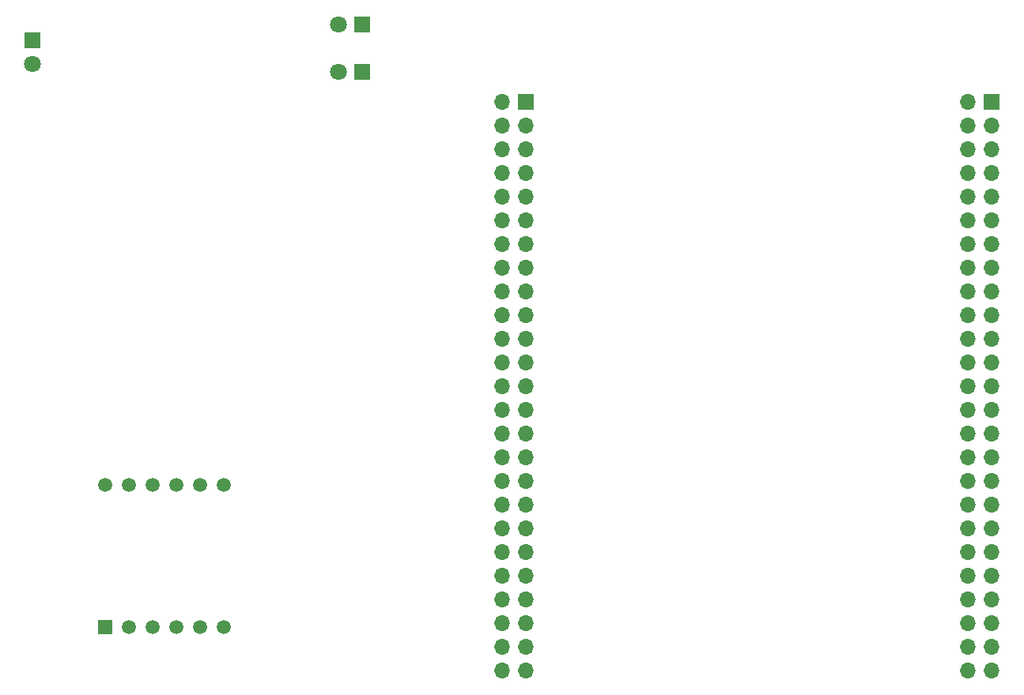
<source format=gbr>
%TF.GenerationSoftware,KiCad,Pcbnew,(7.0.0)*%
%TF.CreationDate,2023-05-31T00:06:15-06:00*%
%TF.ProjectId,Oximeter,4f78696d-6574-4657-922e-6b696361645f,rev?*%
%TF.SameCoordinates,Original*%
%TF.FileFunction,Soldermask,Bot*%
%TF.FilePolarity,Negative*%
%FSLAX46Y46*%
G04 Gerber Fmt 4.6, Leading zero omitted, Abs format (unit mm)*
G04 Created by KiCad (PCBNEW (7.0.0)) date 2023-05-31 00:06:15*
%MOMM*%
%LPD*%
G01*
G04 APERTURE LIST*
%ADD10R,1.500000X1.500000*%
%ADD11C,1.500000*%
%ADD12R,1.700000X1.700000*%
%ADD13O,1.700000X1.700000*%
%ADD14R,1.800000X1.800000*%
%ADD15C,1.800000*%
G04 APERTURE END LIST*
D10*
%TO.C,U1*%
X159024999Y-130264999D03*
D11*
X161565000Y-130265000D03*
X164105000Y-130265000D03*
X166645000Y-130265000D03*
X169185000Y-130265000D03*
X171725000Y-130265000D03*
X171725000Y-115025000D03*
X169185000Y-115025000D03*
X166645000Y-115025000D03*
X164105000Y-115025000D03*
X161565000Y-115025000D03*
X159025000Y-115025000D03*
%TD*%
D12*
%TO.C,J2*%
X253974999Y-73994999D03*
D13*
X251434999Y-73994999D03*
X253974999Y-76534999D03*
X251434999Y-76534999D03*
X253974999Y-79074999D03*
X251434999Y-79074999D03*
X253974999Y-81614999D03*
X251434999Y-81614999D03*
X253974999Y-84154999D03*
X251434999Y-84154999D03*
X253974999Y-86694999D03*
X251434999Y-86694999D03*
X253974999Y-89234999D03*
X251434999Y-89234999D03*
X253974999Y-91774999D03*
X251434999Y-91774999D03*
X253974999Y-94314999D03*
X251434999Y-94314999D03*
X253974999Y-96854999D03*
X251434999Y-96854999D03*
X253974999Y-99394999D03*
X251434999Y-99394999D03*
X253974999Y-101934999D03*
X251434999Y-101934999D03*
X253974999Y-104474999D03*
X251434999Y-104474999D03*
X253974999Y-107014999D03*
X251434999Y-107014999D03*
X253974999Y-109554999D03*
X251434999Y-109554999D03*
X253974999Y-112094999D03*
X251434999Y-112094999D03*
X253974999Y-114634999D03*
X251434999Y-114634999D03*
X253974999Y-117174999D03*
X251434999Y-117174999D03*
X253974999Y-119714999D03*
X251434999Y-119714999D03*
X253974999Y-122254999D03*
X251434999Y-122254999D03*
X253974999Y-124794999D03*
X251434999Y-124794999D03*
X253974999Y-127334999D03*
X251434999Y-127334999D03*
X253974999Y-129874999D03*
X251434999Y-129874999D03*
X253974999Y-132414999D03*
X251434999Y-132414999D03*
X253974999Y-134954999D03*
X251434999Y-134954999D03*
%TD*%
D12*
%TO.C,J1*%
X204089999Y-73979999D03*
D13*
X201549999Y-73979999D03*
X204089999Y-76519999D03*
X201549999Y-76519999D03*
X204089999Y-79059999D03*
X201549999Y-79059999D03*
X204089999Y-81599999D03*
X201549999Y-81599999D03*
X204089999Y-84139999D03*
X201549999Y-84139999D03*
X204089999Y-86679999D03*
X201549999Y-86679999D03*
X204089999Y-89219999D03*
X201549999Y-89219999D03*
X204089999Y-91759999D03*
X201549999Y-91759999D03*
X204089999Y-94299999D03*
X201549999Y-94299999D03*
X204089999Y-96839999D03*
X201549999Y-96839999D03*
X204089999Y-99379999D03*
X201549999Y-99379999D03*
X204089999Y-101919999D03*
X201549999Y-101919999D03*
X204089999Y-104459999D03*
X201549999Y-104459999D03*
X204089999Y-106999999D03*
X201549999Y-106999999D03*
X204089999Y-109539999D03*
X201549999Y-109539999D03*
X204089999Y-112079999D03*
X201549999Y-112079999D03*
X204089999Y-114619999D03*
X201549999Y-114619999D03*
X204089999Y-117159999D03*
X201549999Y-117159999D03*
X204089999Y-119699999D03*
X201549999Y-119699999D03*
X204089999Y-122239999D03*
X201549999Y-122239999D03*
X204089999Y-124779999D03*
X201549999Y-124779999D03*
X204089999Y-127319999D03*
X201549999Y-127319999D03*
X204089999Y-129859999D03*
X201549999Y-129859999D03*
X204089999Y-132399999D03*
X201549999Y-132399999D03*
X204089999Y-134939999D03*
X201549999Y-134939999D03*
%TD*%
D14*
%TO.C,D3*%
X151312499Y-67424999D03*
D15*
X151312500Y-69965000D03*
%TD*%
D14*
%TO.C,D2*%
X186549999Y-70799999D03*
D15*
X184010000Y-70800000D03*
%TD*%
D14*
%TO.C,D1*%
X186549999Y-65724999D03*
D15*
X184010000Y-65725000D03*
%TD*%
M02*

</source>
